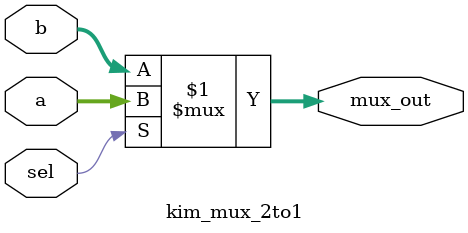
<source format=v>
module kim_mux_2to1
# (
    parameter MUX_DATA_WIDTH = 32
) 
(
    input   wire                            sel,
    input   wire    [MUX_DATA_WIDTH-1:0]    a,
    input   wire    [MUX_DATA_WIDTH-1:0]    b,
    output  wire    [MUX_DATA_WIDTH-1:0]    mux_out
);

//------------------------Instantiation------------------
assign mux_out = (sel) ? a : b ;
    
endmodule
</source>
